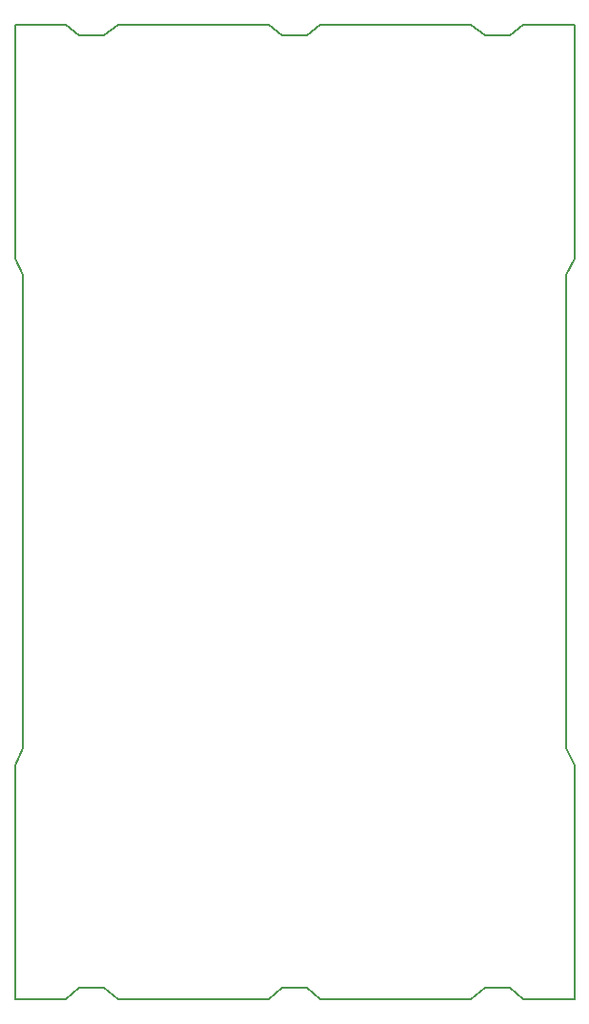
<source format=gbr>
%TF.GenerationSoftware,Novarm,DipTrace,3.3.1.2*%
%TF.CreationDate,2019-03-12T20:56:34+01:00*%
%FSLAX35Y35*%
%MOMM*%
%TF.FileFunction,Profile*%
%TF.Part,Single*%
%ADD11C,0.14*%
G75*
G01*
%LPD*%
X3517014Y6685011D2*
D11*
X3441967Y6834483D1*
Y8904627D1*
X3896722D1*
X4016996Y8809587D1*
X4237167D1*
X4356944Y8904627D1*
X5696856D1*
X5817130Y8809587D1*
X6036804D1*
X6157078Y8904627D1*
X7496990D1*
X7616767Y8809587D1*
X7836938D1*
X7957212Y8904627D1*
X8411967D1*
Y6834483D1*
X8336920Y6685011D1*
Y2484243D1*
X8411967Y2334771D1*
Y264627D1*
X7957212D1*
X7836938Y359667D1*
X7616767D1*
X7496990Y264627D1*
X6157078D1*
X6036804Y359667D1*
X5817130D1*
X5696856Y264627D1*
X4356944D1*
X4237167Y359667D1*
X4016996D1*
X3896722Y264627D1*
X3441967D1*
Y2334771D1*
X3517014Y2484243D1*
Y6685011D2*
Y2484243D1*
M02*

</source>
